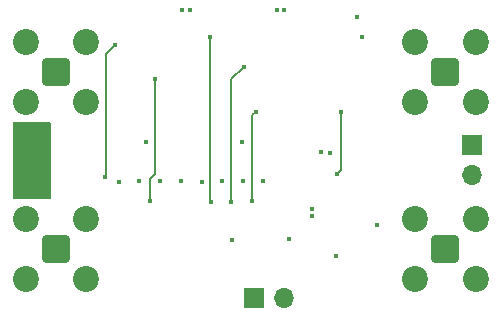
<source format=gbr>
%TF.GenerationSoftware,KiCad,Pcbnew,9.0.0*%
%TF.CreationDate,2026-01-11T13:31:27+01:00*%
%TF.ProjectId,ldc_tdc_driver,6c64635f-7464-4635-9f64-72697665722e,rev?*%
%TF.SameCoordinates,Original*%
%TF.FileFunction,Copper,L4,Bot*%
%TF.FilePolarity,Positive*%
%FSLAX46Y46*%
G04 Gerber Fmt 4.6, Leading zero omitted, Abs format (unit mm)*
G04 Created by KiCad (PCBNEW 9.0.0) date 2026-01-11 13:31:27*
%MOMM*%
%LPD*%
G01*
G04 APERTURE LIST*
G04 Aperture macros list*
%AMRoundRect*
0 Rectangle with rounded corners*
0 $1 Rounding radius*
0 $2 $3 $4 $5 $6 $7 $8 $9 X,Y pos of 4 corners*
0 Add a 4 corners polygon primitive as box body*
4,1,4,$2,$3,$4,$5,$6,$7,$8,$9,$2,$3,0*
0 Add four circle primitives for the rounded corners*
1,1,$1+$1,$2,$3*
1,1,$1+$1,$4,$5*
1,1,$1+$1,$6,$7*
1,1,$1+$1,$8,$9*
0 Add four rect primitives between the rounded corners*
20,1,$1+$1,$2,$3,$4,$5,0*
20,1,$1+$1,$4,$5,$6,$7,0*
20,1,$1+$1,$6,$7,$8,$9,0*
20,1,$1+$1,$8,$9,$2,$3,0*%
G04 Aperture macros list end*
%TA.AperFunction,ComponentPad*%
%ADD10R,1.700000X1.700000*%
%TD*%
%TA.AperFunction,ComponentPad*%
%ADD11O,1.700000X1.700000*%
%TD*%
%TA.AperFunction,ComponentPad*%
%ADD12RoundRect,0.200100X-0.949900X0.949900X-0.949900X-0.949900X0.949900X-0.949900X0.949900X0.949900X0*%
%TD*%
%TA.AperFunction,ComponentPad*%
%ADD13C,2.200000*%
%TD*%
%TA.AperFunction,ComponentPad*%
%ADD14RoundRect,0.200100X0.949900X-0.949900X0.949900X0.949900X-0.949900X0.949900X-0.949900X-0.949900X0*%
%TD*%
%TA.AperFunction,ViaPad*%
%ADD15C,0.450000*%
%TD*%
%TA.AperFunction,Conductor*%
%ADD16C,0.127000*%
%TD*%
G04 APERTURE END LIST*
D10*
%TO.P,J2,1,Pin_1*%
%TO.N,+3V3*%
X169189400Y-52197000D03*
D11*
%TO.P,J2,2,Pin_2*%
%TO.N,GND*%
X169189400Y-54737000D03*
%TD*%
D12*
%TO.P,J6,1,In*%
%TO.N,Net-(J6-In)*%
X166940800Y-61000000D03*
D13*
%TO.P,J6,2,Ext*%
%TO.N,Net-(J6-Ext)*%
X169490800Y-58450000D03*
X164390800Y-58450000D03*
X169490800Y-63550000D03*
X164390800Y-63550000D03*
%TD*%
D10*
%TO.P,J3,1,Pin_1*%
%TO.N,Net-(J3-Pin_1)*%
X150743600Y-65176800D03*
D11*
%TO.P,J3,2,Pin_2*%
%TO.N,Net-(J3-Pin_2)*%
X153283600Y-65176800D03*
%TD*%
D12*
%TO.P,J9,1,In*%
%TO.N,Net-(J9-In)*%
X166940800Y-46000000D03*
D13*
%TO.P,J9,2,Ext*%
%TO.N,GND*%
X169490800Y-43450000D03*
X164390800Y-43450000D03*
X169490800Y-48550000D03*
X164390800Y-48550000D03*
%TD*%
D14*
%TO.P,J8,1,In*%
%TO.N,/STOP*%
X133973000Y-46000000D03*
D13*
%TO.P,J8,2,Ext*%
%TO.N,GND*%
X131423000Y-48550000D03*
X136523000Y-48550000D03*
X131423000Y-43450000D03*
X136523000Y-43450000D03*
%TD*%
D14*
%TO.P,J7,1,In*%
%TO.N,/START*%
X133973000Y-61000000D03*
D13*
%TO.P,J7,2,Ext*%
%TO.N,GND*%
X131423000Y-63550000D03*
X136523000Y-63550000D03*
X131423000Y-58450000D03*
X136523000Y-58450000D03*
%TD*%
D15*
%TO.N,GND*%
X157200600Y-52857400D03*
X159486600Y-41376600D03*
X141630400Y-51917600D03*
X161112200Y-58978800D03*
X141020800Y-55270400D03*
X131775200Y-51358800D03*
X157683200Y-61595000D03*
X151536400Y-55219600D03*
X142773400Y-55270400D03*
X144526000Y-55270400D03*
X148031200Y-55245000D03*
X149783800Y-55219600D03*
X152639998Y-40730944D03*
X149758400Y-51917600D03*
X155608448Y-57569467D03*
X146304000Y-55295800D03*
X144637997Y-40725000D03*
X153720800Y-60181500D03*
X131775200Y-55270400D03*
X139293600Y-55321200D03*
X159867600Y-43002200D03*
%TO.N,+3V3*%
X153289000Y-40767000D03*
X148844000Y-60223400D03*
X156387800Y-52806600D03*
X145288000Y-40725000D03*
X155602446Y-58219442D03*
%TO.N,Net-(U2B-MR)*%
X157784800Y-54660800D03*
X158140400Y-49377600D03*
%TO.N,/B3_STOP*%
X138125200Y-54889400D03*
X138988800Y-43688000D03*
%TO.N,/B2_STOP*%
X141909800Y-56896000D03*
X142341600Y-46558200D03*
%TO.N,/B3_START*%
X147066000Y-56972200D03*
X146989800Y-43027600D03*
%TO.N,/B2_START*%
X149860000Y-45567600D03*
X148793200Y-57023000D03*
%TO.N,/B1_START*%
X150876000Y-49377600D03*
X150571200Y-56946800D03*
%TD*%
D16*
%TO.N,Net-(U2B-MR)*%
X158140400Y-49377600D02*
X158140400Y-54305200D01*
X158140400Y-54305200D02*
X157784800Y-54660800D01*
%TO.N,/B3_STOP*%
X138125200Y-54889400D02*
X138176000Y-54838600D01*
X138176000Y-54838600D02*
X138176000Y-44500800D01*
X138176000Y-44500800D02*
X138988800Y-43688000D01*
%TO.N,/B2_STOP*%
X141960600Y-55041800D02*
X142341600Y-54660800D01*
X141960600Y-56845200D02*
X141960600Y-55041800D01*
X141909800Y-56896000D02*
X141960600Y-56845200D01*
X142341600Y-54660800D02*
X142341600Y-46558200D01*
%TO.N,/B3_START*%
X147066000Y-56972200D02*
X146989800Y-56896000D01*
X146989800Y-56896000D02*
X146989800Y-43027600D01*
%TO.N,/B2_START*%
X148793200Y-57023000D02*
X148793200Y-46634400D01*
X148793200Y-46634400D02*
X149860000Y-45567600D01*
%TO.N,/B1_START*%
X150876000Y-49377600D02*
X150571200Y-49682400D01*
X150571200Y-49682400D02*
X150571200Y-56946800D01*
%TD*%
%TA.AperFunction,Conductor*%
%TO.N,GND*%
G36*
X133470839Y-50235485D02*
G01*
X133516594Y-50288289D01*
X133527800Y-50339800D01*
X133527800Y-56619600D01*
X133508115Y-56686639D01*
X133455311Y-56732394D01*
X133403800Y-56743600D01*
X130424500Y-56743600D01*
X130357461Y-56723915D01*
X130311706Y-56671111D01*
X130300500Y-56619600D01*
X130300500Y-50339800D01*
X130320185Y-50272761D01*
X130372989Y-50227006D01*
X130424500Y-50215800D01*
X133403800Y-50215800D01*
X133470839Y-50235485D01*
G37*
%TD.AperFunction*%
%TD*%
M02*

</source>
